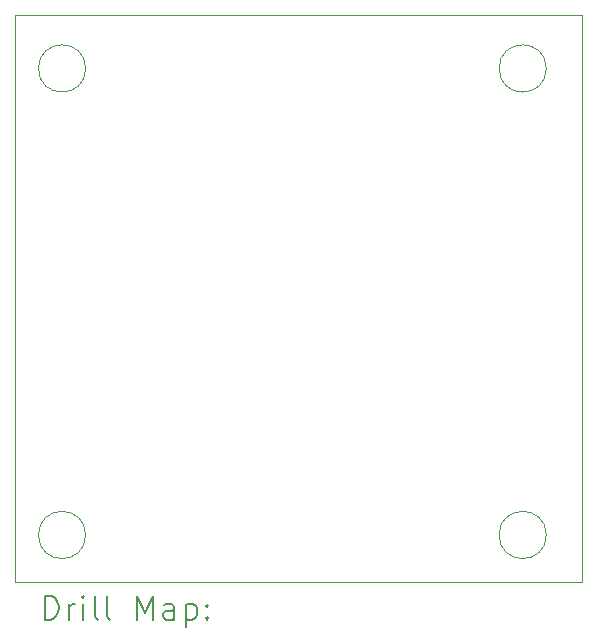
<source format=gbr>
%TF.GenerationSoftware,KiCad,Pcbnew,7.0.7*%
%TF.CreationDate,2023-11-15T19:42:14-08:00*%
%TF.ProjectId,servocontrollerproject,73657276-6f63-46f6-9e74-726f6c6c6572,rev?*%
%TF.SameCoordinates,Original*%
%TF.FileFunction,Drillmap*%
%TF.FilePolarity,Positive*%
%FSLAX45Y45*%
G04 Gerber Fmt 4.5, Leading zero omitted, Abs format (unit mm)*
G04 Created by KiCad (PCBNEW 7.0.7) date 2023-11-15 19:42:14*
%MOMM*%
%LPD*%
G01*
G04 APERTURE LIST*
%ADD10C,0.100000*%
%ADD11C,0.200000*%
G04 APERTURE END LIST*
D10*
X13550000Y-8100000D02*
X18350000Y-8100000D01*
X18350000Y-12900000D01*
X13550000Y-12900000D01*
X13550000Y-8100000D01*
X14150000Y-8550000D02*
G75*
G03*
X14150000Y-8550000I-200000J0D01*
G01*
X18050000Y-8550000D02*
G75*
G03*
X18050000Y-8550000I-200000J0D01*
G01*
X18050000Y-12500000D02*
G75*
G03*
X18050000Y-12500000I-200000J0D01*
G01*
X14150000Y-12500000D02*
G75*
G03*
X14150000Y-12500000I-200000J0D01*
G01*
D11*
X13805777Y-13216484D02*
X13805777Y-13016484D01*
X13805777Y-13016484D02*
X13853396Y-13016484D01*
X13853396Y-13016484D02*
X13881967Y-13026008D01*
X13881967Y-13026008D02*
X13901015Y-13045055D01*
X13901015Y-13045055D02*
X13910539Y-13064103D01*
X13910539Y-13064103D02*
X13920062Y-13102198D01*
X13920062Y-13102198D02*
X13920062Y-13130769D01*
X13920062Y-13130769D02*
X13910539Y-13168865D01*
X13910539Y-13168865D02*
X13901015Y-13187912D01*
X13901015Y-13187912D02*
X13881967Y-13206960D01*
X13881967Y-13206960D02*
X13853396Y-13216484D01*
X13853396Y-13216484D02*
X13805777Y-13216484D01*
X14005777Y-13216484D02*
X14005777Y-13083150D01*
X14005777Y-13121246D02*
X14015301Y-13102198D01*
X14015301Y-13102198D02*
X14024824Y-13092674D01*
X14024824Y-13092674D02*
X14043872Y-13083150D01*
X14043872Y-13083150D02*
X14062920Y-13083150D01*
X14129586Y-13216484D02*
X14129586Y-13083150D01*
X14129586Y-13016484D02*
X14120062Y-13026008D01*
X14120062Y-13026008D02*
X14129586Y-13035531D01*
X14129586Y-13035531D02*
X14139110Y-13026008D01*
X14139110Y-13026008D02*
X14129586Y-13016484D01*
X14129586Y-13016484D02*
X14129586Y-13035531D01*
X14253396Y-13216484D02*
X14234348Y-13206960D01*
X14234348Y-13206960D02*
X14224824Y-13187912D01*
X14224824Y-13187912D02*
X14224824Y-13016484D01*
X14358158Y-13216484D02*
X14339110Y-13206960D01*
X14339110Y-13206960D02*
X14329586Y-13187912D01*
X14329586Y-13187912D02*
X14329586Y-13016484D01*
X14586729Y-13216484D02*
X14586729Y-13016484D01*
X14586729Y-13016484D02*
X14653396Y-13159341D01*
X14653396Y-13159341D02*
X14720062Y-13016484D01*
X14720062Y-13016484D02*
X14720062Y-13216484D01*
X14901015Y-13216484D02*
X14901015Y-13111722D01*
X14901015Y-13111722D02*
X14891491Y-13092674D01*
X14891491Y-13092674D02*
X14872443Y-13083150D01*
X14872443Y-13083150D02*
X14834348Y-13083150D01*
X14834348Y-13083150D02*
X14815301Y-13092674D01*
X14901015Y-13206960D02*
X14881967Y-13216484D01*
X14881967Y-13216484D02*
X14834348Y-13216484D01*
X14834348Y-13216484D02*
X14815301Y-13206960D01*
X14815301Y-13206960D02*
X14805777Y-13187912D01*
X14805777Y-13187912D02*
X14805777Y-13168865D01*
X14805777Y-13168865D02*
X14815301Y-13149817D01*
X14815301Y-13149817D02*
X14834348Y-13140293D01*
X14834348Y-13140293D02*
X14881967Y-13140293D01*
X14881967Y-13140293D02*
X14901015Y-13130769D01*
X14996253Y-13083150D02*
X14996253Y-13283150D01*
X14996253Y-13092674D02*
X15015301Y-13083150D01*
X15015301Y-13083150D02*
X15053396Y-13083150D01*
X15053396Y-13083150D02*
X15072443Y-13092674D01*
X15072443Y-13092674D02*
X15081967Y-13102198D01*
X15081967Y-13102198D02*
X15091491Y-13121246D01*
X15091491Y-13121246D02*
X15091491Y-13178388D01*
X15091491Y-13178388D02*
X15081967Y-13197436D01*
X15081967Y-13197436D02*
X15072443Y-13206960D01*
X15072443Y-13206960D02*
X15053396Y-13216484D01*
X15053396Y-13216484D02*
X15015301Y-13216484D01*
X15015301Y-13216484D02*
X14996253Y-13206960D01*
X15177205Y-13197436D02*
X15186729Y-13206960D01*
X15186729Y-13206960D02*
X15177205Y-13216484D01*
X15177205Y-13216484D02*
X15167682Y-13206960D01*
X15167682Y-13206960D02*
X15177205Y-13197436D01*
X15177205Y-13197436D02*
X15177205Y-13216484D01*
X15177205Y-13092674D02*
X15186729Y-13102198D01*
X15186729Y-13102198D02*
X15177205Y-13111722D01*
X15177205Y-13111722D02*
X15167682Y-13102198D01*
X15167682Y-13102198D02*
X15177205Y-13092674D01*
X15177205Y-13092674D02*
X15177205Y-13111722D01*
M02*

</source>
